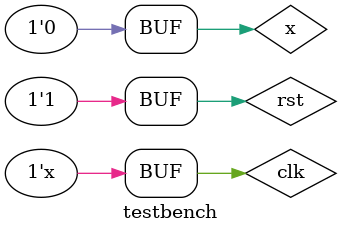
<source format=v>
`timescale 1ns / 1ps

module testbench();

reg clk, rst;
reg x;
wire [2:0] state;

UpdownCounter tb(clk, rst, x, state);

initial begin
    clk <= 0;
    rst <= 1;
    x <= 0;
    #10 rst <= 0;
    #10 rst <= 1; // 0001/0
//Up
    #20 x <= 1; // 0001/1 -> 0011
    #20 x <= 0; // 0011/0 -> 0011
    #20 x <= 1; // 0011/1 -> 0101
    #20 x <= 0; // 0101/0 -> 0101
    #20 x <= 1; // 0101/1 -> 0111
    #20 x <= 0; // 0111/0 -> 0111
    #20 x <= 1; // 0111/1 -> 1001
    #20 x <= 0; // 1001/0 -> 1001
    #20 x <= 1; // 1001/1 -> 1011
    #20 x <= 0; // 1011/0 -> 1011
    #20 x <= 1; // 1011/1 -> 1101
    #20 x <= 0; // 1101/0 -> 1101
    #20 x <= 1; // 1101/1 -> 1111
    #20 x <= 0; // 1111/0 -> 1111
    #20 x <= 1; // 1111/1 -> 0000
    #20 x <= 0; // 0001/0 -> 0000 
//Down    
    #20 x <= 1; // 0000/1 -> 1110
    #20 x <= 0; // 1110/0 -> 1110
    #20 x <= 1; // 1110/1 -> 1100
    #20 x <= 0; // 1100/0 -> 1100
    #20 x <= 1; // 1100/1 -> 1010
    #20 x <= 0; // 1010/0 -> 1010
    #20 x <= 1; // 1010/1 -> 1000
    #20 x <= 0; // 1000/0 -> 1000
    #20 x <= 1; // 1000/1 -> 0110
    #20 x <= 0; // 0110/0 -> 0110
    #20 x <= 1; // 0110/1 -> 0100
    #20 x <= 0; // 0100/0 -> 0100
    #20 x <= 1; // 0100/1 -> 0010
    #20 x <= 0; // 0010/0 -> 0010
    #20 x <= 1; // 0010/1 -> 0000
    #20 x <= 0; // 0000/0 -> 0001
    //´Ù½Ã Up
    #20 x <= 1; //0001/1 -> 0011
    #20 x <= 0; //0011/0 -> 0011
end

always begin
    #5 clk <= ~clk;
end

endmodule

</source>
